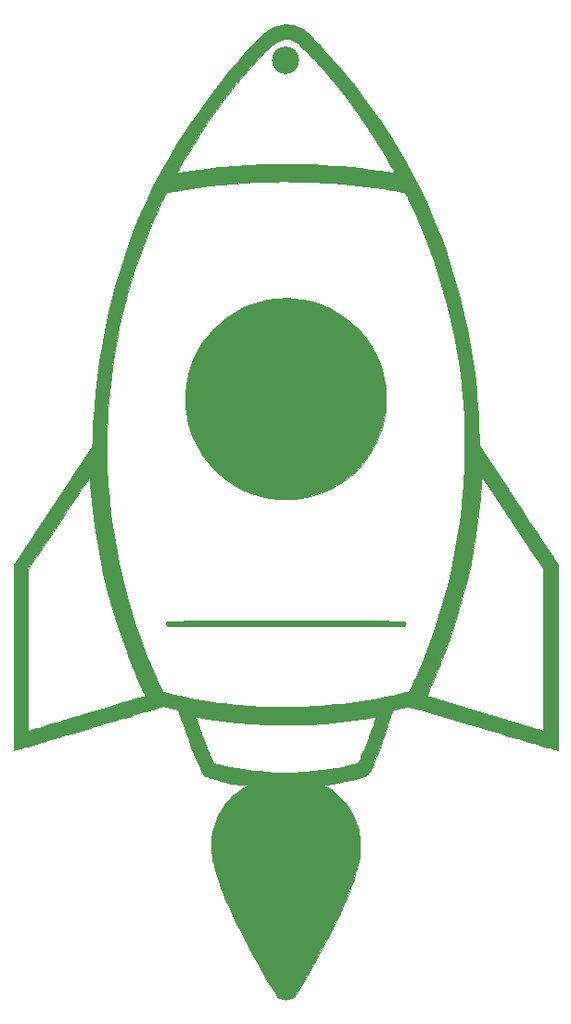
<source format=gbr>
%TF.GenerationSoftware,KiCad,Pcbnew,(6.0.6)*%
%TF.CreationDate,2022-06-26T18:56:54+02:00*%
%TF.ProjectId,rocket,726f636b-6574-42e6-9b69-6361645f7063,rev?*%
%TF.SameCoordinates,Original*%
%TF.FileFunction,Soldermask,Top*%
%TF.FilePolarity,Negative*%
%FSLAX46Y46*%
G04 Gerber Fmt 4.6, Leading zero omitted, Abs format (unit mm)*
G04 Created by KiCad (PCBNEW (6.0.6)) date 2022-06-26 18:56:54*
%MOMM*%
%LPD*%
G01*
G04 APERTURE LIST*
%ADD10C,0.010000*%
%ADD11C,2.500000*%
G04 APERTURE END LIST*
%TO.C,Ref\u002A\u002A*%
G36*
X103515634Y-93717432D02*
G01*
X103463896Y-93567984D01*
X103418862Y-93439544D01*
X103382050Y-93336430D01*
X103354978Y-93262958D01*
X103339165Y-93223447D01*
X103336196Y-93217963D01*
X103311738Y-93209419D01*
X103250810Y-93193884D01*
X103158490Y-93172486D01*
X103039853Y-93146355D01*
X102899979Y-93116618D01*
X102743943Y-93084403D01*
X102648765Y-93065175D01*
X101979387Y-92931007D01*
X101223818Y-93154273D01*
X101096397Y-93191906D01*
X100932352Y-93240327D01*
X100735665Y-93298359D01*
X100510321Y-93364828D01*
X100260304Y-93438561D01*
X99989596Y-93518382D01*
X99702183Y-93603117D01*
X99402047Y-93691591D01*
X99093172Y-93782629D01*
X98779543Y-93875058D01*
X98465142Y-93967701D01*
X98288083Y-94019869D01*
X97948074Y-94120049D01*
X97587775Y-94226216D01*
X97213294Y-94336569D01*
X96830736Y-94449309D01*
X96446207Y-94562637D01*
X96065815Y-94674753D01*
X95695664Y-94783856D01*
X95341861Y-94888148D01*
X95010513Y-94985829D01*
X94707725Y-95075098D01*
X94446333Y-95152172D01*
X94170426Y-95233532D01*
X93860370Y-95324963D01*
X93522623Y-95424559D01*
X93163642Y-95530417D01*
X92789882Y-95640633D01*
X92407802Y-95753303D01*
X92023857Y-95866523D01*
X91644504Y-95978389D01*
X91276200Y-96086997D01*
X90925402Y-96190443D01*
X90699833Y-96256960D01*
X90409340Y-96342616D01*
X90128300Y-96425471D01*
X89859626Y-96504667D01*
X89606232Y-96579345D01*
X89371032Y-96648648D01*
X89156940Y-96711717D01*
X88966868Y-96767693D01*
X88803732Y-96815719D01*
X88670444Y-96854937D01*
X88569918Y-96884487D01*
X88505069Y-96903512D01*
X88482625Y-96910061D01*
X88350333Y-96948345D01*
X88350333Y-95177922D01*
X89662667Y-95177922D01*
X89720875Y-95163477D01*
X89745990Y-95156192D01*
X89809938Y-95137226D01*
X89911011Y-95107091D01*
X90047501Y-95066299D01*
X90217703Y-95015362D01*
X90419909Y-94954793D01*
X90652412Y-94885104D01*
X90913504Y-94806807D01*
X91201479Y-94720414D01*
X91514630Y-94626438D01*
X91851250Y-94525391D01*
X92209631Y-94417786D01*
X92588067Y-94304133D01*
X92984851Y-94184947D01*
X93398275Y-94060738D01*
X93826633Y-93932020D01*
X94268216Y-93799304D01*
X94721320Y-93663103D01*
X95053957Y-93563099D01*
X95513647Y-93424900D01*
X95962710Y-93289917D01*
X96399459Y-93158655D01*
X96822208Y-93031622D01*
X97229272Y-92909322D01*
X97618964Y-92792262D01*
X97989598Y-92680948D01*
X98339488Y-92575887D01*
X98666947Y-92477583D01*
X98970290Y-92386544D01*
X99247830Y-92303275D01*
X99497882Y-92228282D01*
X99718758Y-92162072D01*
X99908774Y-92105150D01*
X100066242Y-92058023D01*
X100189476Y-92021196D01*
X100276791Y-91995176D01*
X100326501Y-91980469D01*
X100338083Y-91977167D01*
X100332702Y-91958910D01*
X100312209Y-91908084D01*
X100279132Y-91830602D01*
X100235998Y-91732378D01*
X100185336Y-91619325D01*
X100182040Y-91612042D01*
X100080309Y-91384071D01*
X99966196Y-91122612D01*
X99842224Y-90833797D01*
X99710918Y-90523762D01*
X99574800Y-90198638D01*
X99436396Y-89864560D01*
X99298229Y-89527662D01*
X99162822Y-89194076D01*
X99032700Y-88869936D01*
X98910386Y-88561377D01*
X98798404Y-88274531D01*
X98699278Y-88015532D01*
X98668738Y-87934333D01*
X98158553Y-86514316D01*
X97690401Y-85093387D01*
X97263985Y-83670161D01*
X96879007Y-82243254D01*
X96535170Y-80811284D01*
X96232176Y-79372864D01*
X95969728Y-77926612D01*
X95747528Y-76471144D01*
X95565279Y-75005074D01*
X95422683Y-73527020D01*
X95345595Y-72473439D01*
X95336335Y-72331726D01*
X95327581Y-72204766D01*
X95319773Y-72098434D01*
X95313355Y-72018603D01*
X95308769Y-71971148D01*
X95306921Y-71960365D01*
X95294752Y-71977129D01*
X95260104Y-72027587D01*
X95203996Y-72110219D01*
X95127446Y-72223507D01*
X95031473Y-72365930D01*
X94917095Y-72535971D01*
X94785331Y-72732108D01*
X94637199Y-72952824D01*
X94473718Y-73196598D01*
X94295906Y-73461912D01*
X94104783Y-73747245D01*
X93901366Y-74051080D01*
X93686675Y-74371895D01*
X93461727Y-74708173D01*
X93227541Y-75058393D01*
X92985136Y-75421037D01*
X92735531Y-75794584D01*
X92481579Y-76174769D01*
X89662667Y-80395603D01*
X89662667Y-95177922D01*
X88350333Y-95177922D01*
X88350333Y-79982729D01*
X95355656Y-69543207D01*
X96837153Y-69543207D01*
X96837312Y-69951050D01*
X96840264Y-70336629D01*
X96846113Y-70693771D01*
X96854960Y-71016304D01*
X96857458Y-71085667D01*
X96933707Y-72542073D01*
X97052086Y-73997198D01*
X97212394Y-75450206D01*
X97414429Y-76900264D01*
X97657991Y-78346539D01*
X97942877Y-79788195D01*
X98268888Y-81224400D01*
X98635821Y-82654320D01*
X99043475Y-84077120D01*
X99491650Y-85491967D01*
X99980144Y-86898027D01*
X100508756Y-88294466D01*
X101077285Y-89680450D01*
X101663898Y-91007943D01*
X101922661Y-91573303D01*
X102042122Y-91608193D01*
X102464361Y-91726155D01*
X102922014Y-91844121D01*
X103408185Y-91960646D01*
X103915979Y-92074287D01*
X104438502Y-92183599D01*
X104968857Y-92287139D01*
X105500152Y-92383462D01*
X106025489Y-92471125D01*
X106521917Y-92546383D01*
X107028627Y-92616481D01*
X107526286Y-92679801D01*
X108020606Y-92736830D01*
X108517300Y-92788053D01*
X109022081Y-92833957D01*
X109540661Y-92875029D01*
X110078755Y-92911753D01*
X110642073Y-92944616D01*
X111236330Y-92974105D01*
X111855917Y-93000265D01*
X112013849Y-93004883D01*
X112206542Y-93008012D01*
X112426452Y-93009710D01*
X112666034Y-93010033D01*
X112917746Y-93009040D01*
X113174041Y-93006788D01*
X113427377Y-93003334D01*
X113670210Y-92998737D01*
X113894994Y-92993053D01*
X114094187Y-92986340D01*
X114184250Y-92982503D01*
X114964302Y-92943708D01*
X115705621Y-92901393D01*
X116411690Y-92855147D01*
X117085996Y-92804559D01*
X117732024Y-92749216D01*
X118353258Y-92688705D01*
X118953184Y-92622615D01*
X119535288Y-92550534D01*
X120103054Y-92472049D01*
X120659967Y-92386749D01*
X121209513Y-92294221D01*
X121755177Y-92194053D01*
X122300444Y-92085833D01*
X122848061Y-91969306D01*
X126051437Y-91969306D01*
X131367927Y-93569323D01*
X131829647Y-93708257D01*
X132280866Y-93843986D01*
X132719895Y-93976006D01*
X133145050Y-94103810D01*
X133554643Y-94226893D01*
X133946989Y-94344749D01*
X134320400Y-94456872D01*
X134673189Y-94562757D01*
X135003672Y-94661898D01*
X135310161Y-94753789D01*
X135590969Y-94837925D01*
X135844411Y-94913800D01*
X136068799Y-94980909D01*
X136262448Y-95038745D01*
X136423671Y-95086803D01*
X136550781Y-95124578D01*
X136642092Y-95151564D01*
X136695917Y-95167254D01*
X136710875Y-95171336D01*
X136713335Y-95164176D01*
X136715647Y-95141565D01*
X136717816Y-95102383D01*
X136719845Y-95045510D01*
X136721739Y-94969825D01*
X136723501Y-94874209D01*
X136725136Y-94757539D01*
X136726647Y-94618697D01*
X136728039Y-94456562D01*
X136729315Y-94270013D01*
X136730480Y-94057931D01*
X136731537Y-93819193D01*
X136732491Y-93552681D01*
X136733346Y-93257274D01*
X136734105Y-92931852D01*
X136734773Y-92575293D01*
X136735353Y-92186478D01*
X136735850Y-91764286D01*
X136736268Y-91307598D01*
X136736610Y-90815291D01*
X136736882Y-90286247D01*
X136737085Y-89719344D01*
X136737226Y-89113463D01*
X136737307Y-88467483D01*
X136737333Y-87784424D01*
X136737333Y-80395515D01*
X133918499Y-76174647D01*
X133662761Y-75791767D01*
X133413219Y-75418275D01*
X133170892Y-75055691D01*
X132936798Y-74705535D01*
X132711955Y-74369326D01*
X132497381Y-74048585D01*
X132294094Y-73744831D01*
X132103114Y-73459584D01*
X131925457Y-73194363D01*
X131762143Y-72950688D01*
X131614189Y-72730079D01*
X131482614Y-72534055D01*
X131368435Y-72364136D01*
X131272672Y-72221843D01*
X131196342Y-72108694D01*
X131140464Y-72026209D01*
X131106055Y-71975908D01*
X131094138Y-71959306D01*
X131091019Y-71981172D01*
X131085844Y-72038293D01*
X131079166Y-72123669D01*
X131071539Y-72230304D01*
X131065251Y-72324291D01*
X131023946Y-72925717D01*
X130980162Y-73494192D01*
X130933025Y-74039072D01*
X130881658Y-74569708D01*
X130825185Y-75095456D01*
X130762731Y-75625668D01*
X130736323Y-75837583D01*
X130528344Y-77313625D01*
X130278466Y-78783773D01*
X129986740Y-80247835D01*
X129653216Y-81705621D01*
X129277942Y-83156938D01*
X128860968Y-84601596D01*
X128402343Y-86039402D01*
X127902118Y-87470166D01*
X127360342Y-88893696D01*
X127354672Y-88908000D01*
X127281453Y-89091144D01*
X127199236Y-89294139D01*
X127109772Y-89512846D01*
X127014811Y-89743127D01*
X126916106Y-89980841D01*
X126815407Y-90221852D01*
X126714466Y-90462020D01*
X126615033Y-90697207D01*
X126518861Y-90923273D01*
X126427699Y-91136081D01*
X126343299Y-91331491D01*
X126267413Y-91505366D01*
X126201792Y-91653565D01*
X126148186Y-91771951D01*
X126108346Y-91856385D01*
X126100243Y-91872694D01*
X126051437Y-91969306D01*
X122848061Y-91969306D01*
X122848799Y-91969149D01*
X122957833Y-91945052D01*
X123051747Y-91923648D01*
X123173966Y-91895003D01*
X123317673Y-91860786D01*
X123476050Y-91822666D01*
X123642280Y-91782312D01*
X123809544Y-91741393D01*
X123971025Y-91701579D01*
X124119905Y-91664538D01*
X124249367Y-91631940D01*
X124352592Y-91605453D01*
X124422764Y-91586746D01*
X124431945Y-91584168D01*
X124450699Y-91568904D01*
X124478144Y-91530291D01*
X124515147Y-91466533D01*
X124562577Y-91375835D01*
X124621301Y-91256402D01*
X124692186Y-91106438D01*
X124776102Y-90924150D01*
X124873915Y-90707741D01*
X124986494Y-90455416D01*
X125082323Y-90238842D01*
X125667788Y-88862061D01*
X126211322Y-87480524D01*
X126713152Y-86093348D01*
X127173503Y-84699649D01*
X127592601Y-83298545D01*
X127970671Y-81889151D01*
X128307939Y-80470584D01*
X128604630Y-79041960D01*
X128860970Y-77602397D01*
X129077185Y-76151010D01*
X129253501Y-74686917D01*
X129371008Y-73445750D01*
X129409760Y-72960314D01*
X129443101Y-72499335D01*
X129471330Y-72055231D01*
X129494748Y-71620418D01*
X129513654Y-71187315D01*
X129528348Y-70748339D01*
X129539130Y-70295907D01*
X129546301Y-69822437D01*
X129550160Y-69320347D01*
X129551065Y-68894917D01*
X129550236Y-68457226D01*
X129547576Y-68055284D01*
X129542823Y-67682534D01*
X129535716Y-67332419D01*
X129525993Y-66998385D01*
X129513393Y-66673874D01*
X129497655Y-66352332D01*
X129478517Y-66027200D01*
X129455719Y-65691925D01*
X129428998Y-65339949D01*
X129398094Y-64964716D01*
X129391175Y-64883833D01*
X129245310Y-63432039D01*
X129057739Y-61980624D01*
X128828979Y-60531477D01*
X128559546Y-59086488D01*
X128249957Y-57647547D01*
X127900727Y-56216542D01*
X127512373Y-54795362D01*
X127085410Y-53385898D01*
X126620355Y-51990039D01*
X126117723Y-50609674D01*
X125578032Y-49246692D01*
X125001797Y-47902983D01*
X124393883Y-46589492D01*
X124326617Y-46450012D01*
X124264733Y-46322804D01*
X124210741Y-46212939D01*
X124167153Y-46125488D01*
X124136476Y-46065521D01*
X124121223Y-46038111D01*
X124120570Y-46037274D01*
X124106744Y-46029159D01*
X124076875Y-46019251D01*
X124028167Y-46007028D01*
X123957824Y-45991967D01*
X123863052Y-45973549D01*
X123741055Y-45951250D01*
X123589038Y-45924549D01*
X123404206Y-45892925D01*
X123183764Y-45855857D01*
X122924916Y-45812821D01*
X122862583Y-45802508D01*
X122086753Y-45678829D01*
X121327218Y-45567306D01*
X120577074Y-45467232D01*
X119829417Y-45377898D01*
X119077343Y-45298598D01*
X118313951Y-45228624D01*
X117532334Y-45167269D01*
X116725591Y-45113825D01*
X115886817Y-45067585D01*
X115517750Y-45049887D01*
X115326638Y-45042406D01*
X115099031Y-45035693D01*
X114840758Y-45029781D01*
X114557652Y-45024704D01*
X114255543Y-45020496D01*
X113940262Y-45017191D01*
X113617641Y-45014824D01*
X113293510Y-45013427D01*
X112973700Y-45013034D01*
X112664043Y-45013681D01*
X112370370Y-45015401D01*
X112098511Y-45018228D01*
X111854298Y-45022195D01*
X111644250Y-45027317D01*
X110505983Y-45070249D01*
X109398678Y-45130529D01*
X108314342Y-45208929D01*
X107244985Y-45306221D01*
X106182614Y-45423177D01*
X105119236Y-45560570D01*
X104046861Y-45719173D01*
X103399833Y-45824160D01*
X103147096Y-45866673D01*
X102933271Y-45903097D01*
X102755459Y-45933981D01*
X102610763Y-45959875D01*
X102496284Y-45981331D01*
X102409124Y-45998898D01*
X102346387Y-46013127D01*
X102305173Y-46024569D01*
X102282585Y-46033773D01*
X102277782Y-46037274D01*
X102258608Y-46066871D01*
X102223880Y-46131561D01*
X102175258Y-46227761D01*
X102114402Y-46351890D01*
X102042973Y-46500365D01*
X101962630Y-46669604D01*
X101875035Y-46856024D01*
X101781847Y-47056044D01*
X101684726Y-47266082D01*
X101585334Y-47482554D01*
X101485330Y-47701879D01*
X101386375Y-47920475D01*
X101290128Y-48134759D01*
X101198251Y-48341149D01*
X101112403Y-48536063D01*
X101034245Y-48715918D01*
X101008434Y-48776000D01*
X100453302Y-50124497D01*
X99938224Y-51483150D01*
X99463020Y-52852714D01*
X99027510Y-54233947D01*
X98631515Y-55627604D01*
X98274856Y-57034441D01*
X97957352Y-58455215D01*
X97678824Y-59890681D01*
X97439094Y-61341595D01*
X97237980Y-62808714D01*
X97075304Y-64292794D01*
X96950886Y-65794590D01*
X96944363Y-65889250D01*
X96924032Y-66219692D01*
X96905565Y-66583426D01*
X96889066Y-66974279D01*
X96874636Y-67386077D01*
X96862380Y-67812649D01*
X96852400Y-68247820D01*
X96844800Y-68685419D01*
X96839683Y-69119272D01*
X96837153Y-69543207D01*
X95355656Y-69543207D01*
X95525833Y-69289605D01*
X95525842Y-69039344D01*
X95527110Y-68910169D01*
X95530745Y-68744898D01*
X95536507Y-68549688D01*
X95544156Y-68330695D01*
X95553451Y-68094076D01*
X95564153Y-67845989D01*
X95576022Y-67592590D01*
X95588817Y-67340035D01*
X95600418Y-67127500D01*
X95697012Y-65721025D01*
X95827390Y-64313133D01*
X95990954Y-62906445D01*
X96187110Y-61503580D01*
X96415263Y-60107159D01*
X96674815Y-58719802D01*
X96965172Y-57344130D01*
X97285737Y-55982762D01*
X97635916Y-54638319D01*
X98015112Y-53313422D01*
X98422729Y-52010689D01*
X98858173Y-50732743D01*
X99320847Y-49482202D01*
X99810155Y-48261688D01*
X99981953Y-47855250D01*
X100440144Y-46822725D01*
X100928012Y-45795590D01*
X101446629Y-44772073D01*
X101737085Y-44232955D01*
X103221063Y-44232955D01*
X103233555Y-44242889D01*
X103270659Y-44242410D01*
X103338066Y-44232591D01*
X103441470Y-44214509D01*
X103442167Y-44214385D01*
X103543860Y-44197222D01*
X103680887Y-44175382D01*
X103846625Y-44149829D01*
X104034451Y-44121530D01*
X104237744Y-44091449D01*
X104449881Y-44060554D01*
X104664240Y-44029809D01*
X104874198Y-44000180D01*
X105073133Y-43972632D01*
X105254424Y-43948131D01*
X105389500Y-43930448D01*
X105969740Y-43858546D01*
X106539303Y-43793345D01*
X107104873Y-43734281D01*
X107673134Y-43680790D01*
X108250770Y-43632309D01*
X108844465Y-43588274D01*
X109460904Y-43548122D01*
X110106770Y-43511289D01*
X110734083Y-43479784D01*
X110876626Y-43474311D01*
X111057076Y-43469444D01*
X111271009Y-43465182D01*
X111514002Y-43461527D01*
X111781634Y-43458477D01*
X112069480Y-43456034D01*
X112373119Y-43454197D01*
X112688128Y-43452966D01*
X113010084Y-43452341D01*
X113334563Y-43452322D01*
X113657144Y-43452910D01*
X113973404Y-43454105D01*
X114278919Y-43455905D01*
X114569267Y-43458313D01*
X114840026Y-43461327D01*
X115086772Y-43464947D01*
X115305083Y-43469174D01*
X115490536Y-43474008D01*
X115638708Y-43479449D01*
X115644750Y-43479723D01*
X116586723Y-43528004D01*
X117493743Y-43585207D01*
X118372372Y-43651981D01*
X119229173Y-43728974D01*
X120070710Y-43816836D01*
X120903546Y-43916216D01*
X121734244Y-44027761D01*
X122569366Y-44152121D01*
X122775187Y-44184585D01*
X122899680Y-44204074D01*
X123008950Y-44220497D01*
X123096477Y-44232932D01*
X123155739Y-44240453D01*
X123180215Y-44242136D01*
X123180462Y-44242007D01*
X123171799Y-44222815D01*
X123144489Y-44171402D01*
X123101016Y-44092233D01*
X123043860Y-43989771D01*
X122975503Y-43868479D01*
X122898427Y-43732822D01*
X122859254Y-43664250D01*
X122135434Y-42430690D01*
X121398768Y-41237304D01*
X120649107Y-40083882D01*
X119886303Y-38970215D01*
X119110207Y-37896091D01*
X118320669Y-36861300D01*
X117517540Y-35865633D01*
X116700671Y-34908879D01*
X116440551Y-34615599D01*
X116290209Y-34449476D01*
X116127026Y-34272456D01*
X115953989Y-34087555D01*
X115774088Y-33897789D01*
X115590309Y-33706174D01*
X115405643Y-33515729D01*
X115223078Y-33329468D01*
X115045601Y-33150409D01*
X114876201Y-32981568D01*
X114717867Y-32825962D01*
X114573588Y-32686607D01*
X114446351Y-32566520D01*
X114339145Y-32468717D01*
X114254958Y-32396215D01*
X114200617Y-32354594D01*
X113971919Y-32214502D01*
X113750761Y-32111681D01*
X113533232Y-32046056D01*
X113315416Y-32017551D01*
X113093402Y-32026091D01*
X112863276Y-32071600D01*
X112621124Y-32154005D01*
X112363033Y-32273228D01*
X112279250Y-32317611D01*
X112231290Y-32344435D01*
X112186596Y-32371732D01*
X112141706Y-32402609D01*
X112093158Y-32440177D01*
X112037493Y-32487541D01*
X111971247Y-32547811D01*
X111890960Y-32624094D01*
X111793171Y-32719498D01*
X111674418Y-32837132D01*
X111531239Y-32980103D01*
X111442873Y-33068612D01*
X110642875Y-33894366D01*
X109850970Y-34759599D01*
X109068965Y-35661925D01*
X108298666Y-36598957D01*
X107541879Y-37568312D01*
X106800410Y-38567603D01*
X106076067Y-39594444D01*
X105370654Y-40646451D01*
X104685979Y-41721237D01*
X104023847Y-42816418D01*
X103893037Y-43039833D01*
X103807684Y-43187139D01*
X103716754Y-43345327D01*
X103626707Y-43503076D01*
X103544000Y-43649065D01*
X103475092Y-43771971D01*
X103464386Y-43791250D01*
X103403108Y-43901483D01*
X103345981Y-44003646D01*
X103297421Y-44089888D01*
X103261846Y-44152355D01*
X103247146Y-44177542D01*
X103227490Y-44211531D01*
X103221063Y-44232955D01*
X101737085Y-44232955D01*
X101997065Y-43750405D01*
X102580392Y-42728813D01*
X103197679Y-41705525D01*
X103849997Y-40678771D01*
X104538417Y-39646779D01*
X105264009Y-38607778D01*
X106027844Y-37559996D01*
X106830993Y-36501661D01*
X106890177Y-36425250D01*
X107422231Y-35746183D01*
X107936501Y-35104002D01*
X108433913Y-34497620D01*
X108915399Y-33925951D01*
X109381885Y-33387909D01*
X109834300Y-32882407D01*
X110273575Y-32408358D01*
X110700636Y-31964677D01*
X110719505Y-31945485D01*
X110890816Y-31773220D01*
X111039415Y-31628465D01*
X111170632Y-31507019D01*
X111289801Y-31404681D01*
X111402253Y-31317250D01*
X111513319Y-31240524D01*
X111628332Y-31170302D01*
X111752624Y-31102383D01*
X111855917Y-31050043D01*
X112191415Y-30902758D01*
X112520932Y-30795985D01*
X112847697Y-30728912D01*
X113174935Y-30700733D01*
X113252917Y-30699667D01*
X113584798Y-30719884D01*
X113911088Y-30780801D01*
X114233012Y-30882815D01*
X114551794Y-31026322D01*
X114868657Y-31211718D01*
X114903081Y-31234442D01*
X115003633Y-31308823D01*
X115128880Y-31413677D01*
X115276667Y-31546747D01*
X115444840Y-31705777D01*
X115631245Y-31888509D01*
X115833726Y-32092687D01*
X116050129Y-32316056D01*
X116278300Y-32556357D01*
X116516083Y-32811335D01*
X116761325Y-33078732D01*
X117011870Y-33356293D01*
X117265564Y-33641761D01*
X117520252Y-33932878D01*
X117773781Y-34227390D01*
X117879884Y-34352126D01*
X118744679Y-35393119D01*
X119576344Y-36436056D01*
X120373798Y-37479405D01*
X121135960Y-38521639D01*
X121861750Y-39561227D01*
X122550089Y-40596640D01*
X123199895Y-41626348D01*
X123810089Y-42648823D01*
X124105589Y-43166833D01*
X124445122Y-43783398D01*
X124787930Y-44428712D01*
X125129865Y-45094270D01*
X125466777Y-45771563D01*
X125794520Y-46452085D01*
X126108944Y-47127329D01*
X126405902Y-47788787D01*
X126681244Y-48427953D01*
X126742840Y-48575144D01*
X127292250Y-49950941D01*
X127802957Y-51343681D01*
X128274828Y-52752864D01*
X128707731Y-54177987D01*
X129101534Y-55618549D01*
X129456105Y-57074049D01*
X129771311Y-58543985D01*
X130047020Y-60027854D01*
X130283101Y-61525157D01*
X130417551Y-62523750D01*
X130508957Y-63291685D01*
X130588561Y-64047679D01*
X130656995Y-64800236D01*
X130714891Y-65557864D01*
X130762881Y-66329068D01*
X130801597Y-67122354D01*
X130831670Y-67946229D01*
X130838985Y-68196417D01*
X130863583Y-69085417D01*
X134143294Y-74059583D01*
X134422213Y-74482607D01*
X134697063Y-74899466D01*
X134966793Y-75308565D01*
X135230351Y-75708308D01*
X135486685Y-76097099D01*
X135734742Y-76473343D01*
X135973472Y-76835444D01*
X136201822Y-77181807D01*
X136418740Y-77510835D01*
X136623174Y-77820934D01*
X136814073Y-78110506D01*
X136990384Y-78377958D01*
X137151055Y-78621693D01*
X137295034Y-78840115D01*
X137421270Y-79031629D01*
X137528711Y-79194639D01*
X137616304Y-79327549D01*
X137682997Y-79428764D01*
X137727740Y-79496688D01*
X137736336Y-79509745D01*
X138049666Y-79985741D01*
X138049667Y-88460599D01*
X138049667Y-96935458D01*
X137991458Y-96923750D01*
X137968207Y-96917460D01*
X137910626Y-96901022D01*
X137818467Y-96874364D01*
X137691479Y-96837412D01*
X137529414Y-96790092D01*
X137332022Y-96732332D01*
X137099055Y-96664057D01*
X136830262Y-96585195D01*
X136525395Y-96495673D01*
X136184204Y-96395416D01*
X135806441Y-96284351D01*
X135391855Y-96162406D01*
X134940198Y-96029506D01*
X134451221Y-95885579D01*
X133924673Y-95730551D01*
X133360307Y-95564348D01*
X132757873Y-95386898D01*
X132117120Y-95198127D01*
X131437802Y-94997961D01*
X130719667Y-94786328D01*
X129962466Y-94563154D01*
X129165952Y-94328365D01*
X128329873Y-94081889D01*
X127453982Y-93823651D01*
X126538028Y-93553579D01*
X125581763Y-93271599D01*
X125430655Y-93227039D01*
X124442727Y-92935709D01*
X123708213Y-93100136D01*
X123537137Y-93139042D01*
X123378680Y-93176249D01*
X123237718Y-93210521D01*
X123119128Y-93240623D01*
X123027788Y-93265321D01*
X122968574Y-93283380D01*
X122946808Y-93292906D01*
X122935141Y-93318229D01*
X122912081Y-93379874D01*
X122878996Y-93473799D01*
X122837252Y-93595961D01*
X122788213Y-93742317D01*
X122733248Y-93908825D01*
X122673722Y-94091443D01*
X122611001Y-94286127D01*
X122608186Y-94294917D01*
X122468628Y-94728958D01*
X122339526Y-95126309D01*
X122219462Y-95490914D01*
X122107023Y-95826717D01*
X122000791Y-96137663D01*
X121899351Y-96427696D01*
X121801286Y-96700760D01*
X121705182Y-96960800D01*
X121609621Y-97211760D01*
X121513188Y-97457585D01*
X121414467Y-97702218D01*
X121312042Y-97949605D01*
X121207776Y-98196015D01*
X121124318Y-98389396D01*
X121053412Y-98548491D01*
X120992287Y-98678474D01*
X120938173Y-98784523D01*
X120888301Y-98871813D01*
X120839900Y-98945520D01*
X120790199Y-99010821D01*
X120741432Y-99067385D01*
X120673972Y-99137221D01*
X120604499Y-99197601D01*
X120527960Y-99250726D01*
X120439303Y-99298795D01*
X120333472Y-99344006D01*
X120205417Y-99388559D01*
X120050082Y-99434653D01*
X119862415Y-99484488D01*
X119676933Y-99530642D01*
X119488869Y-99575455D01*
X119271615Y-99625442D01*
X119032494Y-99679051D01*
X118778824Y-99734727D01*
X118517927Y-99790917D01*
X118257124Y-99846068D01*
X118003735Y-99898626D01*
X117765081Y-99947037D01*
X117548482Y-99989748D01*
X117361259Y-100025205D01*
X117264000Y-100042714D01*
X117122803Y-100067628D01*
X116994610Y-100090582D01*
X116885613Y-100110440D01*
X116802007Y-100126066D01*
X116749983Y-100136325D01*
X116736162Y-100139537D01*
X116739562Y-100153145D01*
X116775100Y-100182019D01*
X116837260Y-100222069D01*
X116884328Y-100249364D01*
X117196059Y-100435193D01*
X117483123Y-100630665D01*
X117756298Y-100844004D01*
X118026362Y-101083433D01*
X118206529Y-101258137D01*
X118452844Y-101515345D01*
X118667965Y-101765021D01*
X118859182Y-102017270D01*
X119033788Y-102282196D01*
X119199072Y-102569904D01*
X119315536Y-102795099D01*
X119484585Y-103161766D01*
X119623658Y-103524890D01*
X119739392Y-103902181D01*
X119761654Y-103986039D01*
X119833903Y-104284577D01*
X119890101Y-104563944D01*
X119931684Y-104835820D01*
X119960089Y-105111881D01*
X119976750Y-105403806D01*
X119983105Y-105723272D01*
X119983266Y-105788417D01*
X119981432Y-106012348D01*
X119975097Y-106209262D01*
X119963035Y-106390082D01*
X119944019Y-106565731D01*
X119916823Y-106747133D01*
X119880220Y-106945211D01*
X119832984Y-107170887D01*
X119822843Y-107217167D01*
X119710556Y-107679207D01*
X119570503Y-108172525D01*
X119402896Y-108696627D01*
X119207948Y-109251023D01*
X118985871Y-109835218D01*
X118736879Y-110448722D01*
X118461183Y-111091041D01*
X118158996Y-111761684D01*
X117830531Y-112460159D01*
X117476001Y-113185973D01*
X117095618Y-113938635D01*
X116689594Y-114717651D01*
X116258143Y-115522530D01*
X116147188Y-115726167D01*
X115994350Y-116003746D01*
X115826674Y-116304597D01*
X115647491Y-116622947D01*
X115460132Y-116953026D01*
X115267929Y-117289061D01*
X115074212Y-117625283D01*
X114882312Y-117955920D01*
X114695560Y-118275200D01*
X114517288Y-118577352D01*
X114350827Y-118856606D01*
X114199507Y-119107189D01*
X114132153Y-119217343D01*
X113970338Y-119480697D01*
X113601044Y-119592485D01*
X113480226Y-119628288D01*
X113371203Y-119659154D01*
X113281307Y-119683122D01*
X113217872Y-119698229D01*
X113189417Y-119702626D01*
X113156006Y-119696071D01*
X113089673Y-119678916D01*
X112997884Y-119653239D01*
X112888107Y-119621120D01*
X112788614Y-119591038D01*
X112430146Y-119481096D01*
X112294214Y-119259923D01*
X112141592Y-119009286D01*
X111972411Y-118727321D01*
X111790126Y-118420003D01*
X111598194Y-118093304D01*
X111400071Y-117753200D01*
X111199214Y-117405665D01*
X110999079Y-117056672D01*
X110803122Y-116712196D01*
X110614800Y-116378212D01*
X110437569Y-116060692D01*
X110317098Y-115842583D01*
X109877808Y-115032826D01*
X109463734Y-114248309D01*
X109075058Y-113489479D01*
X108711963Y-112756785D01*
X108374629Y-112050673D01*
X108063239Y-111371591D01*
X107777973Y-110719986D01*
X107519015Y-110096305D01*
X107286545Y-109500996D01*
X107080745Y-108934505D01*
X106901797Y-108397281D01*
X106749883Y-107889771D01*
X106625183Y-107412421D01*
X106527881Y-106965680D01*
X106458157Y-106549994D01*
X106423874Y-106256751D01*
X106415408Y-106123603D01*
X106410983Y-105959246D01*
X106410395Y-105774593D01*
X106413439Y-105580554D01*
X106419911Y-105388042D01*
X106429607Y-105207968D01*
X106442322Y-105051243D01*
X106447293Y-105005250D01*
X106529040Y-104468488D01*
X106646155Y-103954754D01*
X106798861Y-103463471D01*
X106987383Y-102994065D01*
X107211944Y-102545960D01*
X107472769Y-102118583D01*
X107690260Y-101814011D01*
X107779009Y-101704563D01*
X107892619Y-101575328D01*
X108023651Y-101433879D01*
X108164667Y-101287793D01*
X108308227Y-101144645D01*
X108446891Y-101012010D01*
X108573221Y-100897464D01*
X108670333Y-100816011D01*
X108822696Y-100700683D01*
X108999285Y-100575960D01*
X109186322Y-100451096D01*
X109370029Y-100335344D01*
X109501882Y-100257488D01*
X109687848Y-100151681D01*
X109586549Y-100139726D01*
X109512354Y-100131822D01*
X109417173Y-100122818D01*
X109326500Y-100115067D01*
X108978799Y-100080425D01*
X108619587Y-100032031D01*
X108263357Y-99972242D01*
X107924601Y-99903418D01*
X107707250Y-99851542D01*
X107625033Y-99829706D01*
X107514364Y-99799117D01*
X107380126Y-99761219D01*
X107227206Y-99717454D01*
X107060490Y-99669267D01*
X106884862Y-99618101D01*
X106705209Y-99565398D01*
X106526415Y-99512603D01*
X106353367Y-99461159D01*
X106190949Y-99412508D01*
X106044048Y-99368095D01*
X105917548Y-99329363D01*
X105816336Y-99297754D01*
X105745296Y-99274713D01*
X105709315Y-99261683D01*
X105707211Y-99260664D01*
X105689096Y-99237040D01*
X105656598Y-99180869D01*
X105612858Y-99098139D01*
X105561016Y-98994840D01*
X105504211Y-98876959D01*
X105488509Y-98843576D01*
X105265166Y-98353374D01*
X105039360Y-97831963D01*
X104810493Y-97277798D01*
X104577965Y-96689333D01*
X104341177Y-96065025D01*
X104099530Y-95403328D01*
X103852423Y-94702697D01*
X103633143Y-94062083D01*
X103574409Y-93889030D01*
X104973414Y-93889030D01*
X104977036Y-93911387D01*
X104993188Y-93969089D01*
X105020324Y-94057559D01*
X105056896Y-94172215D01*
X105101360Y-94308481D01*
X105152168Y-94461776D01*
X105207776Y-94627522D01*
X105266636Y-94801139D01*
X105327204Y-94978049D01*
X105387932Y-95153672D01*
X105447275Y-95323430D01*
X105503686Y-95482743D01*
X105555620Y-95627032D01*
X105601531Y-95751718D01*
X105609499Y-95772957D01*
X105673576Y-95941112D01*
X105745651Y-96126883D01*
X105820283Y-96316457D01*
X105892027Y-96496024D01*
X105955441Y-96651772D01*
X105964028Y-96672540D01*
X106014099Y-96791711D01*
X106072455Y-96927908D01*
X106136838Y-97076108D01*
X106204989Y-97231287D01*
X106274649Y-97388420D01*
X106343558Y-97542483D01*
X106409460Y-97688451D01*
X106470094Y-97821301D01*
X106523201Y-97936008D01*
X106566524Y-98027548D01*
X106597803Y-98090897D01*
X106614779Y-98121029D01*
X106615748Y-98122174D01*
X106645719Y-98136447D01*
X106712308Y-98157985D01*
X106810644Y-98185649D01*
X106935854Y-98218298D01*
X107083067Y-98254792D01*
X107247410Y-98293992D01*
X107424011Y-98334756D01*
X107607998Y-98375946D01*
X107794499Y-98416421D01*
X107978643Y-98455040D01*
X108155556Y-98490665D01*
X108320368Y-98522155D01*
X108342250Y-98526178D01*
X108767458Y-98598710D01*
X109232671Y-98668215D01*
X109735649Y-98734441D01*
X110274154Y-98797138D01*
X110845947Y-98856055D01*
X111448792Y-98910939D01*
X112080448Y-98961540D01*
X112469750Y-98989561D01*
X112585006Y-98995181D01*
X112734326Y-98998911D01*
X112909487Y-99000832D01*
X113102264Y-99001027D01*
X113304434Y-98999581D01*
X113507773Y-98996574D01*
X113704059Y-98992091D01*
X113885067Y-98986214D01*
X114042574Y-98979027D01*
X114141917Y-98972707D01*
X114652781Y-98933237D01*
X115125151Y-98894217D01*
X115562855Y-98855182D01*
X115969723Y-98815665D01*
X116349582Y-98775198D01*
X116706263Y-98733317D01*
X117043594Y-98689553D01*
X117365404Y-98643440D01*
X117675521Y-98594512D01*
X117977775Y-98542302D01*
X118275995Y-98486344D01*
X118498447Y-98441813D01*
X118638147Y-98412371D01*
X118790524Y-98378948D01*
X118949668Y-98342970D01*
X119109668Y-98305860D01*
X119264613Y-98269044D01*
X119408592Y-98233946D01*
X119535695Y-98201991D01*
X119640011Y-98174604D01*
X119715628Y-98153208D01*
X119756637Y-98139228D01*
X119759304Y-98137931D01*
X119782344Y-98110518D01*
X119819297Y-98047358D01*
X119868573Y-97952098D01*
X119928581Y-97828385D01*
X119997733Y-97679866D01*
X120074438Y-97510187D01*
X120157107Y-97322994D01*
X120244151Y-97121934D01*
X120333979Y-96910654D01*
X120425002Y-96692800D01*
X120515631Y-96472020D01*
X120604276Y-96251958D01*
X120689346Y-96036263D01*
X120769254Y-95828581D01*
X120790336Y-95772762D01*
X120835016Y-95651974D01*
X120886009Y-95510781D01*
X120941769Y-95353759D01*
X121000747Y-95185485D01*
X121061398Y-95010534D01*
X121122174Y-94833483D01*
X121181529Y-94658909D01*
X121237916Y-94491386D01*
X121289787Y-94335492D01*
X121335597Y-94195804D01*
X121373798Y-94076896D01*
X121402843Y-93983345D01*
X121421186Y-93919729D01*
X121427279Y-93890622D01*
X121426946Y-93889391D01*
X121404604Y-93890399D01*
X121345926Y-93897635D01*
X121256324Y-93910304D01*
X121141209Y-93927610D01*
X121005992Y-93948759D01*
X120856084Y-93972957D01*
X120838624Y-93975821D01*
X119467568Y-94182304D01*
X118108781Y-94349003D01*
X116760067Y-94475917D01*
X115419227Y-94563045D01*
X114084065Y-94610388D01*
X112752384Y-94617946D01*
X111421985Y-94585718D01*
X110090674Y-94513705D01*
X108756251Y-94401906D01*
X107416520Y-94250322D01*
X106069284Y-94058951D01*
X105551033Y-93975151D01*
X105401310Y-93950501D01*
X105265699Y-93928876D01*
X105149662Y-93911089D01*
X105058660Y-93897956D01*
X104998157Y-93890290D01*
X104973613Y-93888906D01*
X104973414Y-93889030D01*
X103574409Y-93889030D01*
X103572556Y-93883571D01*
X103515634Y-93717432D01*
G37*
D10*
X103515634Y-93717432D02*
X103463896Y-93567984D01*
X103418862Y-93439544D01*
X103382050Y-93336430D01*
X103354978Y-93262958D01*
X103339165Y-93223447D01*
X103336196Y-93217963D01*
X103311738Y-93209419D01*
X103250810Y-93193884D01*
X103158490Y-93172486D01*
X103039853Y-93146355D01*
X102899979Y-93116618D01*
X102743943Y-93084403D01*
X102648765Y-93065175D01*
X101979387Y-92931007D01*
X101223818Y-93154273D01*
X101096397Y-93191906D01*
X100932352Y-93240327D01*
X100735665Y-93298359D01*
X100510321Y-93364828D01*
X100260304Y-93438561D01*
X99989596Y-93518382D01*
X99702183Y-93603117D01*
X99402047Y-93691591D01*
X99093172Y-93782629D01*
X98779543Y-93875058D01*
X98465142Y-93967701D01*
X98288083Y-94019869D01*
X97948074Y-94120049D01*
X97587775Y-94226216D01*
X97213294Y-94336569D01*
X96830736Y-94449309D01*
X96446207Y-94562637D01*
X96065815Y-94674753D01*
X95695664Y-94783856D01*
X95341861Y-94888148D01*
X95010513Y-94985829D01*
X94707725Y-95075098D01*
X94446333Y-95152172D01*
X94170426Y-95233532D01*
X93860370Y-95324963D01*
X93522623Y-95424559D01*
X93163642Y-95530417D01*
X92789882Y-95640633D01*
X92407802Y-95753303D01*
X92023857Y-95866523D01*
X91644504Y-95978389D01*
X91276200Y-96086997D01*
X90925402Y-96190443D01*
X90699833Y-96256960D01*
X90409340Y-96342616D01*
X90128300Y-96425471D01*
X89859626Y-96504667D01*
X89606232Y-96579345D01*
X89371032Y-96648648D01*
X89156940Y-96711717D01*
X88966868Y-96767693D01*
X88803732Y-96815719D01*
X88670444Y-96854937D01*
X88569918Y-96884487D01*
X88505069Y-96903512D01*
X88482625Y-96910061D01*
X88350333Y-96948345D01*
X88350333Y-95177922D01*
X89662667Y-95177922D01*
X89720875Y-95163477D01*
X89745990Y-95156192D01*
X89809938Y-95137226D01*
X89911011Y-95107091D01*
X90047501Y-95066299D01*
X90217703Y-95015362D01*
X90419909Y-94954793D01*
X90652412Y-94885104D01*
X90913504Y-94806807D01*
X91201479Y-94720414D01*
X91514630Y-94626438D01*
X91851250Y-94525391D01*
X92209631Y-94417786D01*
X92588067Y-94304133D01*
X92984851Y-94184947D01*
X93398275Y-94060738D01*
X93826633Y-93932020D01*
X94268216Y-93799304D01*
X94721320Y-93663103D01*
X95053957Y-93563099D01*
X95513647Y-93424900D01*
X95962710Y-93289917D01*
X96399459Y-93158655D01*
X96822208Y-93031622D01*
X97229272Y-92909322D01*
X97618964Y-92792262D01*
X97989598Y-92680948D01*
X98339488Y-92575887D01*
X98666947Y-92477583D01*
X98970290Y-92386544D01*
X99247830Y-92303275D01*
X99497882Y-92228282D01*
X99718758Y-92162072D01*
X99908774Y-92105150D01*
X100066242Y-92058023D01*
X100189476Y-92021196D01*
X100276791Y-91995176D01*
X100326501Y-91980469D01*
X100338083Y-91977167D01*
X100332702Y-91958910D01*
X100312209Y-91908084D01*
X100279132Y-91830602D01*
X100235998Y-91732378D01*
X100185336Y-91619325D01*
X100182040Y-91612042D01*
X100080309Y-91384071D01*
X99966196Y-91122612D01*
X99842224Y-90833797D01*
X99710918Y-90523762D01*
X99574800Y-90198638D01*
X99436396Y-89864560D01*
X99298229Y-89527662D01*
X99162822Y-89194076D01*
X99032700Y-88869936D01*
X98910386Y-88561377D01*
X98798404Y-88274531D01*
X98699278Y-88015532D01*
X98668738Y-87934333D01*
X98158553Y-86514316D01*
X97690401Y-85093387D01*
X97263985Y-83670161D01*
X96879007Y-82243254D01*
X96535170Y-80811284D01*
X96232176Y-79372864D01*
X95969728Y-77926612D01*
X95747528Y-76471144D01*
X95565279Y-75005074D01*
X95422683Y-73527020D01*
X95345595Y-72473439D01*
X95336335Y-72331726D01*
X95327581Y-72204766D01*
X95319773Y-72098434D01*
X95313355Y-72018603D01*
X95308769Y-71971148D01*
X95306921Y-71960365D01*
X95294752Y-71977129D01*
X95260104Y-72027587D01*
X95203996Y-72110219D01*
X95127446Y-72223507D01*
X95031473Y-72365930D01*
X94917095Y-72535971D01*
X94785331Y-72732108D01*
X94637199Y-72952824D01*
X94473718Y-73196598D01*
X94295906Y-73461912D01*
X94104783Y-73747245D01*
X93901366Y-74051080D01*
X93686675Y-74371895D01*
X93461727Y-74708173D01*
X93227541Y-75058393D01*
X92985136Y-75421037D01*
X92735531Y-75794584D01*
X92481579Y-76174769D01*
X89662667Y-80395603D01*
X89662667Y-95177922D01*
X88350333Y-95177922D01*
X88350333Y-79982729D01*
X95355656Y-69543207D01*
X96837153Y-69543207D01*
X96837312Y-69951050D01*
X96840264Y-70336629D01*
X96846113Y-70693771D01*
X96854960Y-71016304D01*
X96857458Y-71085667D01*
X96933707Y-72542073D01*
X97052086Y-73997198D01*
X97212394Y-75450206D01*
X97414429Y-76900264D01*
X97657991Y-78346539D01*
X97942877Y-79788195D01*
X98268888Y-81224400D01*
X98635821Y-82654320D01*
X99043475Y-84077120D01*
X99491650Y-85491967D01*
X99980144Y-86898027D01*
X100508756Y-88294466D01*
X101077285Y-89680450D01*
X101663898Y-91007943D01*
X101922661Y-91573303D01*
X102042122Y-91608193D01*
X102464361Y-91726155D01*
X102922014Y-91844121D01*
X103408185Y-91960646D01*
X103915979Y-92074287D01*
X104438502Y-92183599D01*
X104968857Y-92287139D01*
X105500152Y-92383462D01*
X106025489Y-92471125D01*
X106521917Y-92546383D01*
X107028627Y-92616481D01*
X107526286Y-92679801D01*
X108020606Y-92736830D01*
X108517300Y-92788053D01*
X109022081Y-92833957D01*
X109540661Y-92875029D01*
X110078755Y-92911753D01*
X110642073Y-92944616D01*
X111236330Y-92974105D01*
X111855917Y-93000265D01*
X112013849Y-93004883D01*
X112206542Y-93008012D01*
X112426452Y-93009710D01*
X112666034Y-93010033D01*
X112917746Y-93009040D01*
X113174041Y-93006788D01*
X113427377Y-93003334D01*
X113670210Y-92998737D01*
X113894994Y-92993053D01*
X114094187Y-92986340D01*
X114184250Y-92982503D01*
X114964302Y-92943708D01*
X115705621Y-92901393D01*
X116411690Y-92855147D01*
X117085996Y-92804559D01*
X117732024Y-92749216D01*
X118353258Y-92688705D01*
X118953184Y-92622615D01*
X119535288Y-92550534D01*
X120103054Y-92472049D01*
X120659967Y-92386749D01*
X121209513Y-92294221D01*
X121755177Y-92194053D01*
X122300444Y-92085833D01*
X122848061Y-91969306D01*
X126051437Y-91969306D01*
X131367927Y-93569323D01*
X131829647Y-93708257D01*
X132280866Y-93843986D01*
X132719895Y-93976006D01*
X133145050Y-94103810D01*
X133554643Y-94226893D01*
X133946989Y-94344749D01*
X134320400Y-94456872D01*
X134673189Y-94562757D01*
X135003672Y-94661898D01*
X135310161Y-94753789D01*
X135590969Y-94837925D01*
X135844411Y-94913800D01*
X136068799Y-94980909D01*
X136262448Y-95038745D01*
X136423671Y-95086803D01*
X136550781Y-95124578D01*
X136642092Y-95151564D01*
X136695917Y-95167254D01*
X136710875Y-95171336D01*
X136713335Y-95164176D01*
X136715647Y-95141565D01*
X136717816Y-95102383D01*
X136719845Y-95045510D01*
X136721739Y-94969825D01*
X136723501Y-94874209D01*
X136725136Y-94757539D01*
X136726647Y-94618697D01*
X136728039Y-94456562D01*
X136729315Y-94270013D01*
X136730480Y-94057931D01*
X136731537Y-93819193D01*
X136732491Y-93552681D01*
X136733346Y-93257274D01*
X136734105Y-92931852D01*
X136734773Y-92575293D01*
X136735353Y-92186478D01*
X136735850Y-91764286D01*
X136736268Y-91307598D01*
X136736610Y-90815291D01*
X136736882Y-90286247D01*
X136737085Y-89719344D01*
X136737226Y-89113463D01*
X136737307Y-88467483D01*
X136737333Y-87784424D01*
X136737333Y-80395515D01*
X133918499Y-76174647D01*
X133662761Y-75791767D01*
X133413219Y-75418275D01*
X133170892Y-75055691D01*
X132936798Y-74705535D01*
X132711955Y-74369326D01*
X132497381Y-74048585D01*
X132294094Y-73744831D01*
X132103114Y-73459584D01*
X131925457Y-73194363D01*
X131762143Y-72950688D01*
X131614189Y-72730079D01*
X131482614Y-72534055D01*
X131368435Y-72364136D01*
X131272672Y-72221843D01*
X131196342Y-72108694D01*
X131140464Y-72026209D01*
X131106055Y-71975908D01*
X131094138Y-71959306D01*
X131091019Y-71981172D01*
X131085844Y-72038293D01*
X131079166Y-72123669D01*
X131071539Y-72230304D01*
X131065251Y-72324291D01*
X131023946Y-72925717D01*
X130980162Y-73494192D01*
X130933025Y-74039072D01*
X130881658Y-74569708D01*
X130825185Y-75095456D01*
X130762731Y-75625668D01*
X130736323Y-75837583D01*
X130528344Y-77313625D01*
X130278466Y-78783773D01*
X129986740Y-80247835D01*
X129653216Y-81705621D01*
X129277942Y-83156938D01*
X128860968Y-84601596D01*
X128402343Y-86039402D01*
X127902118Y-87470166D01*
X127360342Y-88893696D01*
X127354672Y-88908000D01*
X127281453Y-89091144D01*
X127199236Y-89294139D01*
X127109772Y-89512846D01*
X127014811Y-89743127D01*
X126916106Y-89980841D01*
X126815407Y-90221852D01*
X126714466Y-90462020D01*
X126615033Y-90697207D01*
X126518861Y-90923273D01*
X126427699Y-91136081D01*
X126343299Y-91331491D01*
X126267413Y-91505366D01*
X126201792Y-91653565D01*
X126148186Y-91771951D01*
X126108346Y-91856385D01*
X126100243Y-91872694D01*
X126051437Y-91969306D01*
X122848061Y-91969306D01*
X122848799Y-91969149D01*
X122957833Y-91945052D01*
X123051747Y-91923648D01*
X123173966Y-91895003D01*
X123317673Y-91860786D01*
X123476050Y-91822666D01*
X123642280Y-91782312D01*
X123809544Y-91741393D01*
X123971025Y-91701579D01*
X124119905Y-91664538D01*
X124249367Y-91631940D01*
X124352592Y-91605453D01*
X124422764Y-91586746D01*
X124431945Y-91584168D01*
X124450699Y-91568904D01*
X124478144Y-91530291D01*
X124515147Y-91466533D01*
X124562577Y-91375835D01*
X124621301Y-91256402D01*
X124692186Y-91106438D01*
X124776102Y-90924150D01*
X124873915Y-90707741D01*
X124986494Y-90455416D01*
X125082323Y-90238842D01*
X125667788Y-88862061D01*
X126211322Y-87480524D01*
X126713152Y-86093348D01*
X127173503Y-84699649D01*
X127592601Y-83298545D01*
X127970671Y-81889151D01*
X128307939Y-80470584D01*
X128604630Y-79041960D01*
X128860970Y-77602397D01*
X129077185Y-76151010D01*
X129253501Y-74686917D01*
X129371008Y-73445750D01*
X129409760Y-72960314D01*
X129443101Y-72499335D01*
X129471330Y-72055231D01*
X129494748Y-71620418D01*
X129513654Y-71187315D01*
X129528348Y-70748339D01*
X129539130Y-70295907D01*
X129546301Y-69822437D01*
X129550160Y-69320347D01*
X129551065Y-68894917D01*
X129550236Y-68457226D01*
X129547576Y-68055284D01*
X129542823Y-67682534D01*
X129535716Y-67332419D01*
X129525993Y-66998385D01*
X129513393Y-66673874D01*
X129497655Y-66352332D01*
X129478517Y-66027200D01*
X129455719Y-65691925D01*
X129428998Y-65339949D01*
X129398094Y-64964716D01*
X129391175Y-64883833D01*
X129245310Y-63432039D01*
X129057739Y-61980624D01*
X128828979Y-60531477D01*
X128559546Y-59086488D01*
X128249957Y-57647547D01*
X127900727Y-56216542D01*
X127512373Y-54795362D01*
X127085410Y-53385898D01*
X126620355Y-51990039D01*
X126117723Y-50609674D01*
X125578032Y-49246692D01*
X125001797Y-47902983D01*
X124393883Y-46589492D01*
X124326617Y-46450012D01*
X124264733Y-46322804D01*
X124210741Y-46212939D01*
X124167153Y-46125488D01*
X124136476Y-46065521D01*
X124121223Y-46038111D01*
X124120570Y-46037274D01*
X124106744Y-46029159D01*
X124076875Y-46019251D01*
X124028167Y-46007028D01*
X123957824Y-45991967D01*
X123863052Y-45973549D01*
X123741055Y-45951250D01*
X123589038Y-45924549D01*
X123404206Y-45892925D01*
X123183764Y-45855857D01*
X122924916Y-45812821D01*
X122862583Y-45802508D01*
X122086753Y-45678829D01*
X121327218Y-45567306D01*
X120577074Y-45467232D01*
X119829417Y-45377898D01*
X119077343Y-45298598D01*
X118313951Y-45228624D01*
X117532334Y-45167269D01*
X116725591Y-45113825D01*
X115886817Y-45067585D01*
X115517750Y-45049887D01*
X115326638Y-45042406D01*
X115099031Y-45035693D01*
X114840758Y-45029781D01*
X114557652Y-45024704D01*
X114255543Y-45020496D01*
X113940262Y-45017191D01*
X113617641Y-45014824D01*
X113293510Y-45013427D01*
X112973700Y-45013034D01*
X112664043Y-45013681D01*
X112370370Y-45015401D01*
X112098511Y-45018228D01*
X111854298Y-45022195D01*
X111644250Y-45027317D01*
X110505983Y-45070249D01*
X109398678Y-45130529D01*
X108314342Y-45208929D01*
X107244985Y-45306221D01*
X106182614Y-45423177D01*
X105119236Y-45560570D01*
X104046861Y-45719173D01*
X103399833Y-45824160D01*
X103147096Y-45866673D01*
X102933271Y-45903097D01*
X102755459Y-45933981D01*
X102610763Y-45959875D01*
X102496284Y-45981331D01*
X102409124Y-45998898D01*
X102346387Y-46013127D01*
X102305173Y-46024569D01*
X102282585Y-46033773D01*
X102277782Y-46037274D01*
X102258608Y-46066871D01*
X102223880Y-46131561D01*
X102175258Y-46227761D01*
X102114402Y-46351890D01*
X102042973Y-46500365D01*
X101962630Y-46669604D01*
X101875035Y-46856024D01*
X101781847Y-47056044D01*
X101684726Y-47266082D01*
X101585334Y-47482554D01*
X101485330Y-47701879D01*
X101386375Y-47920475D01*
X101290128Y-48134759D01*
X101198251Y-48341149D01*
X101112403Y-48536063D01*
X101034245Y-48715918D01*
X101008434Y-48776000D01*
X100453302Y-50124497D01*
X99938224Y-51483150D01*
X99463020Y-52852714D01*
X99027510Y-54233947D01*
X98631515Y-55627604D01*
X98274856Y-57034441D01*
X97957352Y-58455215D01*
X97678824Y-59890681D01*
X97439094Y-61341595D01*
X97237980Y-62808714D01*
X97075304Y-64292794D01*
X96950886Y-65794590D01*
X96944363Y-65889250D01*
X96924032Y-66219692D01*
X96905565Y-66583426D01*
X96889066Y-66974279D01*
X96874636Y-67386077D01*
X96862380Y-67812649D01*
X96852400Y-68247820D01*
X96844800Y-68685419D01*
X96839683Y-69119272D01*
X96837153Y-69543207D01*
X95355656Y-69543207D01*
X95525833Y-69289605D01*
X95525842Y-69039344D01*
X95527110Y-68910169D01*
X95530745Y-68744898D01*
X95536507Y-68549688D01*
X95544156Y-68330695D01*
X95553451Y-68094076D01*
X95564153Y-67845989D01*
X95576022Y-67592590D01*
X95588817Y-67340035D01*
X95600418Y-67127500D01*
X95697012Y-65721025D01*
X95827390Y-64313133D01*
X95990954Y-62906445D01*
X96187110Y-61503580D01*
X96415263Y-60107159D01*
X96674815Y-58719802D01*
X96965172Y-57344130D01*
X97285737Y-55982762D01*
X97635916Y-54638319D01*
X98015112Y-53313422D01*
X98422729Y-52010689D01*
X98858173Y-50732743D01*
X99320847Y-49482202D01*
X99810155Y-48261688D01*
X99981953Y-47855250D01*
X100440144Y-46822725D01*
X100928012Y-45795590D01*
X101446629Y-44772073D01*
X101737085Y-44232955D01*
X103221063Y-44232955D01*
X103233555Y-44242889D01*
X103270659Y-44242410D01*
X103338066Y-44232591D01*
X103441470Y-44214509D01*
X103442167Y-44214385D01*
X103543860Y-44197222D01*
X103680887Y-44175382D01*
X103846625Y-44149829D01*
X104034451Y-44121530D01*
X104237744Y-44091449D01*
X104449881Y-44060554D01*
X104664240Y-44029809D01*
X104874198Y-44000180D01*
X105073133Y-43972632D01*
X105254424Y-43948131D01*
X105389500Y-43930448D01*
X105969740Y-43858546D01*
X106539303Y-43793345D01*
X107104873Y-43734281D01*
X107673134Y-43680790D01*
X108250770Y-43632309D01*
X108844465Y-43588274D01*
X109460904Y-43548122D01*
X110106770Y-43511289D01*
X110734083Y-43479784D01*
X110876626Y-43474311D01*
X111057076Y-43469444D01*
X111271009Y-43465182D01*
X111514002Y-43461527D01*
X111781634Y-43458477D01*
X112069480Y-43456034D01*
X112373119Y-43454197D01*
X112688128Y-43452966D01*
X113010084Y-43452341D01*
X113334563Y-43452322D01*
X113657144Y-43452910D01*
X113973404Y-43454105D01*
X114278919Y-43455905D01*
X114569267Y-43458313D01*
X114840026Y-43461327D01*
X115086772Y-43464947D01*
X115305083Y-43469174D01*
X115490536Y-43474008D01*
X115638708Y-43479449D01*
X115644750Y-43479723D01*
X116586723Y-43528004D01*
X117493743Y-43585207D01*
X118372372Y-43651981D01*
X119229173Y-43728974D01*
X120070710Y-43816836D01*
X120903546Y-43916216D01*
X121734244Y-44027761D01*
X122569366Y-44152121D01*
X122775187Y-44184585D01*
X122899680Y-44204074D01*
X123008950Y-44220497D01*
X123096477Y-44232932D01*
X123155739Y-44240453D01*
X123180215Y-44242136D01*
X123180462Y-44242007D01*
X123171799Y-44222815D01*
X123144489Y-44171402D01*
X123101016Y-44092233D01*
X123043860Y-43989771D01*
X122975503Y-43868479D01*
X122898427Y-43732822D01*
X122859254Y-43664250D01*
X122135434Y-42430690D01*
X121398768Y-41237304D01*
X120649107Y-40083882D01*
X119886303Y-38970215D01*
X119110207Y-37896091D01*
X118320669Y-36861300D01*
X117517540Y-35865633D01*
X116700671Y-34908879D01*
X116440551Y-34615599D01*
X116290209Y-34449476D01*
X116127026Y-34272456D01*
X115953989Y-34087555D01*
X115774088Y-33897789D01*
X115590309Y-33706174D01*
X115405643Y-33515729D01*
X115223078Y-33329468D01*
X115045601Y-33150409D01*
X114876201Y-32981568D01*
X114717867Y-32825962D01*
X114573588Y-32686607D01*
X114446351Y-32566520D01*
X114339145Y-32468717D01*
X114254958Y-32396215D01*
X114200617Y-32354594D01*
X113971919Y-32214502D01*
X113750761Y-32111681D01*
X113533232Y-32046056D01*
X113315416Y-32017551D01*
X113093402Y-32026091D01*
X112863276Y-32071600D01*
X112621124Y-32154005D01*
X112363033Y-32273228D01*
X112279250Y-32317611D01*
X112231290Y-32344435D01*
X112186596Y-32371732D01*
X112141706Y-32402609D01*
X112093158Y-32440177D01*
X112037493Y-32487541D01*
X111971247Y-32547811D01*
X111890960Y-32624094D01*
X111793171Y-32719498D01*
X111674418Y-32837132D01*
X111531239Y-32980103D01*
X111442873Y-33068612D01*
X110642875Y-33894366D01*
X109850970Y-34759599D01*
X109068965Y-35661925D01*
X108298666Y-36598957D01*
X107541879Y-37568312D01*
X106800410Y-38567603D01*
X106076067Y-39594444D01*
X105370654Y-40646451D01*
X104685979Y-41721237D01*
X104023847Y-42816418D01*
X103893037Y-43039833D01*
X103807684Y-43187139D01*
X103716754Y-43345327D01*
X103626707Y-43503076D01*
X103544000Y-43649065D01*
X103475092Y-43771971D01*
X103464386Y-43791250D01*
X103403108Y-43901483D01*
X103345981Y-44003646D01*
X103297421Y-44089888D01*
X103261846Y-44152355D01*
X103247146Y-44177542D01*
X103227490Y-44211531D01*
X103221063Y-44232955D01*
X101737085Y-44232955D01*
X101997065Y-43750405D01*
X102580392Y-42728813D01*
X103197679Y-41705525D01*
X103849997Y-40678771D01*
X104538417Y-39646779D01*
X105264009Y-38607778D01*
X106027844Y-37559996D01*
X106830993Y-36501661D01*
X106890177Y-36425250D01*
X107422231Y-35746183D01*
X107936501Y-35104002D01*
X108433913Y-34497620D01*
X108915399Y-33925951D01*
X109381885Y-33387909D01*
X109834300Y-32882407D01*
X110273575Y-32408358D01*
X110700636Y-31964677D01*
X110719505Y-31945485D01*
X110890816Y-31773220D01*
X111039415Y-31628465D01*
X111170632Y-31507019D01*
X111289801Y-31404681D01*
X111402253Y-31317250D01*
X111513319Y-31240524D01*
X111628332Y-31170302D01*
X111752624Y-31102383D01*
X111855917Y-31050043D01*
X112191415Y-30902758D01*
X112520932Y-30795985D01*
X112847697Y-30728912D01*
X113174935Y-30700733D01*
X113252917Y-30699667D01*
X113584798Y-30719884D01*
X113911088Y-30780801D01*
X114233012Y-30882815D01*
X114551794Y-31026322D01*
X114868657Y-31211718D01*
X114903081Y-31234442D01*
X115003633Y-31308823D01*
X115128880Y-31413677D01*
X115276667Y-31546747D01*
X115444840Y-31705777D01*
X115631245Y-31888509D01*
X115833726Y-32092687D01*
X116050129Y-32316056D01*
X116278300Y-32556357D01*
X116516083Y-32811335D01*
X116761325Y-33078732D01*
X117011870Y-33356293D01*
X117265564Y-33641761D01*
X117520252Y-33932878D01*
X117773781Y-34227390D01*
X117879884Y-34352126D01*
X118744679Y-35393119D01*
X119576344Y-36436056D01*
X120373798Y-37479405D01*
X121135960Y-38521639D01*
X121861750Y-39561227D01*
X122550089Y-40596640D01*
X123199895Y-41626348D01*
X123810089Y-42648823D01*
X124105589Y-43166833D01*
X124445122Y-43783398D01*
X124787930Y-44428712D01*
X125129865Y-45094270D01*
X125466777Y-45771563D01*
X125794520Y-46452085D01*
X126108944Y-47127329D01*
X126405902Y-47788787D01*
X126681244Y-48427953D01*
X126742840Y-48575144D01*
X127292250Y-49950941D01*
X127802957Y-51343681D01*
X128274828Y-52752864D01*
X128707731Y-54177987D01*
X129101534Y-55618549D01*
X129456105Y-57074049D01*
X129771311Y-58543985D01*
X130047020Y-60027854D01*
X130283101Y-61525157D01*
X130417551Y-62523750D01*
X130508957Y-63291685D01*
X130588561Y-64047679D01*
X130656995Y-64800236D01*
X130714891Y-65557864D01*
X130762881Y-66329068D01*
X130801597Y-67122354D01*
X130831670Y-67946229D01*
X130838985Y-68196417D01*
X130863583Y-69085417D01*
X134143294Y-74059583D01*
X134422213Y-74482607D01*
X134697063Y-74899466D01*
X134966793Y-75308565D01*
X135230351Y-75708308D01*
X135486685Y-76097099D01*
X135734742Y-76473343D01*
X135973472Y-76835444D01*
X136201822Y-77181807D01*
X136418740Y-77510835D01*
X136623174Y-77820934D01*
X136814073Y-78110506D01*
X136990384Y-78377958D01*
X137151055Y-78621693D01*
X137295034Y-78840115D01*
X137421270Y-79031629D01*
X137528711Y-79194639D01*
X137616304Y-79327549D01*
X137682997Y-79428764D01*
X137727740Y-79496688D01*
X137736336Y-79509745D01*
X138049666Y-79985741D01*
X138049667Y-88460599D01*
X138049667Y-96935458D01*
X137991458Y-96923750D01*
X137968207Y-96917460D01*
X137910626Y-96901022D01*
X137818467Y-96874364D01*
X137691479Y-96837412D01*
X137529414Y-96790092D01*
X137332022Y-96732332D01*
X137099055Y-96664057D01*
X136830262Y-96585195D01*
X136525395Y-96495673D01*
X136184204Y-96395416D01*
X135806441Y-96284351D01*
X135391855Y-96162406D01*
X134940198Y-96029506D01*
X134451221Y-95885579D01*
X133924673Y-95730551D01*
X133360307Y-95564348D01*
X132757873Y-95386898D01*
X132117120Y-95198127D01*
X131437802Y-94997961D01*
X130719667Y-94786328D01*
X129962466Y-94563154D01*
X129165952Y-94328365D01*
X128329873Y-94081889D01*
X127453982Y-93823651D01*
X126538028Y-93553579D01*
X125581763Y-93271599D01*
X125430655Y-93227039D01*
X124442727Y-92935709D01*
X123708213Y-93100136D01*
X123537137Y-93139042D01*
X123378680Y-93176249D01*
X123237718Y-93210521D01*
X123119128Y-93240623D01*
X123027788Y-93265321D01*
X122968574Y-93283380D01*
X122946808Y-93292906D01*
X122935141Y-93318229D01*
X122912081Y-93379874D01*
X122878996Y-93473799D01*
X122837252Y-93595961D01*
X122788213Y-93742317D01*
X122733248Y-93908825D01*
X122673722Y-94091443D01*
X122611001Y-94286127D01*
X122608186Y-94294917D01*
X122468628Y-94728958D01*
X122339526Y-95126309D01*
X122219462Y-95490914D01*
X122107023Y-95826717D01*
X122000791Y-96137663D01*
X121899351Y-96427696D01*
X121801286Y-96700760D01*
X121705182Y-96960800D01*
X121609621Y-97211760D01*
X121513188Y-97457585D01*
X121414467Y-97702218D01*
X121312042Y-97949605D01*
X121207776Y-98196015D01*
X121124318Y-98389396D01*
X121053412Y-98548491D01*
X120992287Y-98678474D01*
X120938173Y-98784523D01*
X120888301Y-98871813D01*
X120839900Y-98945520D01*
X120790199Y-99010821D01*
X120741432Y-99067385D01*
X120673972Y-99137221D01*
X120604499Y-99197601D01*
X120527960Y-99250726D01*
X120439303Y-99298795D01*
X120333472Y-99344006D01*
X120205417Y-99388559D01*
X120050082Y-99434653D01*
X119862415Y-99484488D01*
X119676933Y-99530642D01*
X119488869Y-99575455D01*
X119271615Y-99625442D01*
X119032494Y-99679051D01*
X118778824Y-99734727D01*
X118517927Y-99790917D01*
X118257124Y-99846068D01*
X118003735Y-99898626D01*
X117765081Y-99947037D01*
X117548482Y-99989748D01*
X117361259Y-100025205D01*
X117264000Y-100042714D01*
X117122803Y-100067628D01*
X116994610Y-100090582D01*
X116885613Y-100110440D01*
X116802007Y-100126066D01*
X116749983Y-100136325D01*
X116736162Y-100139537D01*
X116739562Y-100153145D01*
X116775100Y-100182019D01*
X116837260Y-100222069D01*
X116884328Y-100249364D01*
X117196059Y-100435193D01*
X117483123Y-100630665D01*
X117756298Y-100844004D01*
X118026362Y-101083433D01*
X118206529Y-101258137D01*
X118452844Y-101515345D01*
X118667965Y-101765021D01*
X118859182Y-102017270D01*
X119033788Y-102282196D01*
X119199072Y-102569904D01*
X119315536Y-102795099D01*
X119484585Y-103161766D01*
X119623658Y-103524890D01*
X119739392Y-103902181D01*
X119761654Y-103986039D01*
X119833903Y-104284577D01*
X119890101Y-104563944D01*
X119931684Y-104835820D01*
X119960089Y-105111881D01*
X119976750Y-105403806D01*
X119983105Y-105723272D01*
X119983266Y-105788417D01*
X119981432Y-106012348D01*
X119975097Y-106209262D01*
X119963035Y-106390082D01*
X119944019Y-106565731D01*
X119916823Y-106747133D01*
X119880220Y-106945211D01*
X119832984Y-107170887D01*
X119822843Y-107217167D01*
X119710556Y-107679207D01*
X119570503Y-108172525D01*
X119402896Y-108696627D01*
X119207948Y-109251023D01*
X118985871Y-109835218D01*
X118736879Y-110448722D01*
X118461183Y-111091041D01*
X118158996Y-111761684D01*
X117830531Y-112460159D01*
X117476001Y-113185973D01*
X117095618Y-113938635D01*
X116689594Y-114717651D01*
X116258143Y-115522530D01*
X116147188Y-115726167D01*
X115994350Y-116003746D01*
X115826674Y-116304597D01*
X115647491Y-116622947D01*
X115460132Y-116953026D01*
X115267929Y-117289061D01*
X115074212Y-117625283D01*
X114882312Y-117955920D01*
X114695560Y-118275200D01*
X114517288Y-118577352D01*
X114350827Y-118856606D01*
X114199507Y-119107189D01*
X114132153Y-119217343D01*
X113970338Y-119480697D01*
X113601044Y-119592485D01*
X113480226Y-119628288D01*
X113371203Y-119659154D01*
X113281307Y-119683122D01*
X113217872Y-119698229D01*
X113189417Y-119702626D01*
X113156006Y-119696071D01*
X113089673Y-119678916D01*
X112997884Y-119653239D01*
X112888107Y-119621120D01*
X112788614Y-119591038D01*
X112430146Y-119481096D01*
X112294214Y-119259923D01*
X112141592Y-119009286D01*
X111972411Y-118727321D01*
X111790126Y-118420003D01*
X111598194Y-118093304D01*
X111400071Y-117753200D01*
X111199214Y-117405665D01*
X110999079Y-117056672D01*
X110803122Y-116712196D01*
X110614800Y-116378212D01*
X110437569Y-116060692D01*
X110317098Y-115842583D01*
X109877808Y-115032826D01*
X109463734Y-114248309D01*
X109075058Y-113489479D01*
X108711963Y-112756785D01*
X108374629Y-112050673D01*
X108063239Y-111371591D01*
X107777973Y-110719986D01*
X107519015Y-110096305D01*
X107286545Y-109500996D01*
X107080745Y-108934505D01*
X106901797Y-108397281D01*
X106749883Y-107889771D01*
X106625183Y-107412421D01*
X106527881Y-106965680D01*
X106458157Y-106549994D01*
X106423874Y-106256751D01*
X106415408Y-106123603D01*
X106410983Y-105959246D01*
X106410395Y-105774593D01*
X106413439Y-105580554D01*
X106419911Y-105388042D01*
X106429607Y-105207968D01*
X106442322Y-105051243D01*
X106447293Y-105005250D01*
X106529040Y-104468488D01*
X106646155Y-103954754D01*
X106798861Y-103463471D01*
X106987383Y-102994065D01*
X107211944Y-102545960D01*
X107472769Y-102118583D01*
X107690260Y-101814011D01*
X107779009Y-101704563D01*
X107892619Y-101575328D01*
X108023651Y-101433879D01*
X108164667Y-101287793D01*
X108308227Y-101144645D01*
X108446891Y-101012010D01*
X108573221Y-100897464D01*
X108670333Y-100816011D01*
X108822696Y-100700683D01*
X108999285Y-100575960D01*
X109186322Y-100451096D01*
X109370029Y-100335344D01*
X109501882Y-100257488D01*
X109687848Y-100151681D01*
X109586549Y-100139726D01*
X109512354Y-100131822D01*
X109417173Y-100122818D01*
X109326500Y-100115067D01*
X108978799Y-100080425D01*
X108619587Y-100032031D01*
X108263357Y-99972242D01*
X107924601Y-99903418D01*
X107707250Y-99851542D01*
X107625033Y-99829706D01*
X107514364Y-99799117D01*
X107380126Y-99761219D01*
X107227206Y-99717454D01*
X107060490Y-99669267D01*
X106884862Y-99618101D01*
X106705209Y-99565398D01*
X106526415Y-99512603D01*
X106353367Y-99461159D01*
X106190949Y-99412508D01*
X106044048Y-99368095D01*
X105917548Y-99329363D01*
X105816336Y-99297754D01*
X105745296Y-99274713D01*
X105709315Y-99261683D01*
X105707211Y-99260664D01*
X105689096Y-99237040D01*
X105656598Y-99180869D01*
X105612858Y-99098139D01*
X105561016Y-98994840D01*
X105504211Y-98876959D01*
X105488509Y-98843576D01*
X105265166Y-98353374D01*
X105039360Y-97831963D01*
X104810493Y-97277798D01*
X104577965Y-96689333D01*
X104341177Y-96065025D01*
X104099530Y-95403328D01*
X103852423Y-94702697D01*
X103633143Y-94062083D01*
X103574409Y-93889030D01*
X104973414Y-93889030D01*
X104977036Y-93911387D01*
X104993188Y-93969089D01*
X105020324Y-94057559D01*
X105056896Y-94172215D01*
X105101360Y-94308481D01*
X105152168Y-94461776D01*
X105207776Y-94627522D01*
X105266636Y-94801139D01*
X105327204Y-94978049D01*
X105387932Y-95153672D01*
X105447275Y-95323430D01*
X105503686Y-95482743D01*
X105555620Y-95627032D01*
X105601531Y-95751718D01*
X105609499Y-95772957D01*
X105673576Y-95941112D01*
X105745651Y-96126883D01*
X105820283Y-96316457D01*
X105892027Y-96496024D01*
X105955441Y-96651772D01*
X105964028Y-96672540D01*
X106014099Y-96791711D01*
X106072455Y-96927908D01*
X106136838Y-97076108D01*
X106204989Y-97231287D01*
X106274649Y-97388420D01*
X106343558Y-97542483D01*
X106409460Y-97688451D01*
X106470094Y-97821301D01*
X106523201Y-97936008D01*
X106566524Y-98027548D01*
X106597803Y-98090897D01*
X106614779Y-98121029D01*
X106615748Y-98122174D01*
X106645719Y-98136447D01*
X106712308Y-98157985D01*
X106810644Y-98185649D01*
X106935854Y-98218298D01*
X107083067Y-98254792D01*
X107247410Y-98293992D01*
X107424011Y-98334756D01*
X107607998Y-98375946D01*
X107794499Y-98416421D01*
X107978643Y-98455040D01*
X108155556Y-98490665D01*
X108320368Y-98522155D01*
X108342250Y-98526178D01*
X108767458Y-98598710D01*
X109232671Y-98668215D01*
X109735649Y-98734441D01*
X110274154Y-98797138D01*
X110845947Y-98856055D01*
X111448792Y-98910939D01*
X112080448Y-98961540D01*
X112469750Y-98989561D01*
X112585006Y-98995181D01*
X112734326Y-98998911D01*
X112909487Y-99000832D01*
X113102264Y-99001027D01*
X113304434Y-98999581D01*
X113507773Y-98996574D01*
X113704059Y-98992091D01*
X113885067Y-98986214D01*
X114042574Y-98979027D01*
X114141917Y-98972707D01*
X114652781Y-98933237D01*
X115125151Y-98894217D01*
X115562855Y-98855182D01*
X115969723Y-98815665D01*
X116349582Y-98775198D01*
X116706263Y-98733317D01*
X117043594Y-98689553D01*
X117365404Y-98643440D01*
X117675521Y-98594512D01*
X117977775Y-98542302D01*
X118275995Y-98486344D01*
X118498447Y-98441813D01*
X118638147Y-98412371D01*
X118790524Y-98378948D01*
X118949668Y-98342970D01*
X119109668Y-98305860D01*
X119264613Y-98269044D01*
X119408592Y-98233946D01*
X119535695Y-98201991D01*
X119640011Y-98174604D01*
X119715628Y-98153208D01*
X119756637Y-98139228D01*
X119759304Y-98137931D01*
X119782344Y-98110518D01*
X119819297Y-98047358D01*
X119868573Y-97952098D01*
X119928581Y-97828385D01*
X119997733Y-97679866D01*
X120074438Y-97510187D01*
X120157107Y-97322994D01*
X120244151Y-97121934D01*
X120333979Y-96910654D01*
X120425002Y-96692800D01*
X120515631Y-96472020D01*
X120604276Y-96251958D01*
X120689346Y-96036263D01*
X120769254Y-95828581D01*
X120790336Y-95772762D01*
X120835016Y-95651974D01*
X120886009Y-95510781D01*
X120941769Y-95353759D01*
X121000747Y-95185485D01*
X121061398Y-95010534D01*
X121122174Y-94833483D01*
X121181529Y-94658909D01*
X121237916Y-94491386D01*
X121289787Y-94335492D01*
X121335597Y-94195804D01*
X121373798Y-94076896D01*
X121402843Y-93983345D01*
X121421186Y-93919729D01*
X121427279Y-93890622D01*
X121426946Y-93889391D01*
X121404604Y-93890399D01*
X121345926Y-93897635D01*
X121256324Y-93910304D01*
X121141209Y-93927610D01*
X121005992Y-93948759D01*
X120856084Y-93972957D01*
X120838624Y-93975821D01*
X119467568Y-94182304D01*
X118108781Y-94349003D01*
X116760067Y-94475917D01*
X115419227Y-94563045D01*
X114084065Y-94610388D01*
X112752384Y-94617946D01*
X111421985Y-94585718D01*
X110090674Y-94513705D01*
X108756251Y-94401906D01*
X107416520Y-94250322D01*
X106069284Y-94058951D01*
X105551033Y-93975151D01*
X105401310Y-93950501D01*
X105265699Y-93928876D01*
X105149662Y-93911089D01*
X105058660Y-93897956D01*
X104998157Y-93890290D01*
X104973613Y-93888906D01*
X104973414Y-93889030D01*
X103574409Y-93889030D01*
X103572556Y-93883571D01*
X103515634Y-93717432D01*
G36*
X113199418Y-85140412D02*
G01*
X114005282Y-85140420D01*
X114769904Y-85140434D01*
X115494373Y-85140458D01*
X116179780Y-85140496D01*
X116827216Y-85140552D01*
X117437771Y-85140632D01*
X118012535Y-85140738D01*
X118552600Y-85140874D01*
X119059055Y-85141046D01*
X119532991Y-85141258D01*
X119975499Y-85141512D01*
X120387668Y-85141814D01*
X120770590Y-85142168D01*
X121125355Y-85142578D01*
X121453053Y-85143047D01*
X121754775Y-85143581D01*
X122031612Y-85144183D01*
X122284653Y-85144857D01*
X122514990Y-85145608D01*
X122723713Y-85146440D01*
X122911912Y-85147356D01*
X123080677Y-85148362D01*
X123231100Y-85149460D01*
X123364271Y-85150656D01*
X123481280Y-85151954D01*
X123583217Y-85153357D01*
X123671174Y-85154870D01*
X123746241Y-85156497D01*
X123809507Y-85158242D01*
X123862065Y-85160109D01*
X123905003Y-85162103D01*
X123939413Y-85164227D01*
X123966385Y-85166486D01*
X123987010Y-85168884D01*
X124002377Y-85171424D01*
X124013578Y-85174112D01*
X124021704Y-85176951D01*
X124027843Y-85179946D01*
X124030743Y-85181645D01*
X124095536Y-85243147D01*
X124127659Y-85322214D01*
X124126414Y-85408662D01*
X124091102Y-85492307D01*
X124055016Y-85535254D01*
X123992220Y-85595417D01*
X113225068Y-85599070D01*
X112551757Y-85599275D01*
X111888996Y-85599433D01*
X111238046Y-85599544D01*
X110600169Y-85599610D01*
X109976626Y-85599630D01*
X109368679Y-85599605D01*
X108777589Y-85599538D01*
X108204617Y-85599429D01*
X107651025Y-85599278D01*
X107118075Y-85599086D01*
X106607027Y-85598855D01*
X106119143Y-85598586D01*
X105655685Y-85598279D01*
X105217913Y-85597935D01*
X104807090Y-85597555D01*
X104424476Y-85597140D01*
X104071334Y-85596692D01*
X103748923Y-85596210D01*
X103458507Y-85595697D01*
X103201346Y-85595152D01*
X102978702Y-85594577D01*
X102791835Y-85593972D01*
X102642009Y-85593340D01*
X102530483Y-85592679D01*
X102458519Y-85591993D01*
X102427379Y-85591280D01*
X102426167Y-85591137D01*
X102390098Y-85569526D01*
X102343165Y-85531677D01*
X102336208Y-85525316D01*
X102297449Y-85479635D01*
X102281007Y-85426974D01*
X102278673Y-85374498D01*
X102286855Y-85292618D01*
X102316071Y-85234148D01*
X102375401Y-85181889D01*
X102383251Y-85176403D01*
X102388831Y-85173697D01*
X102398234Y-85171129D01*
X102412541Y-85168695D01*
X102432836Y-85166393D01*
X102460200Y-85164218D01*
X102495715Y-85162168D01*
X102540464Y-85160237D01*
X102595528Y-85158423D01*
X102661990Y-85156723D01*
X102740932Y-85155132D01*
X102833435Y-85153647D01*
X102940582Y-85152264D01*
X103063455Y-85150980D01*
X103203136Y-85149791D01*
X103360707Y-85148693D01*
X103537250Y-85147684D01*
X103733848Y-85146758D01*
X103951582Y-85145914D01*
X104191534Y-85145146D01*
X104454787Y-85144452D01*
X104742422Y-85143828D01*
X105055522Y-85143271D01*
X105395169Y-85142776D01*
X105762445Y-85142340D01*
X106158432Y-85141960D01*
X106584212Y-85141631D01*
X107040867Y-85141351D01*
X107529479Y-85141116D01*
X108051131Y-85140922D01*
X108606904Y-85140765D01*
X109197880Y-85140642D01*
X109825143Y-85140550D01*
X110489772Y-85140484D01*
X111192852Y-85140441D01*
X111935463Y-85140418D01*
X112718689Y-85140411D01*
X113199418Y-85140412D01*
G37*
X113199418Y-85140412D02*
X114005282Y-85140420D01*
X114769904Y-85140434D01*
X115494373Y-85140458D01*
X116179780Y-85140496D01*
X116827216Y-85140552D01*
X117437771Y-85140632D01*
X118012535Y-85140738D01*
X118552600Y-85140874D01*
X119059055Y-85141046D01*
X119532991Y-85141258D01*
X119975499Y-85141512D01*
X120387668Y-85141814D01*
X120770590Y-85142168D01*
X121125355Y-85142578D01*
X121453053Y-85143047D01*
X121754775Y-85143581D01*
X122031612Y-85144183D01*
X122284653Y-85144857D01*
X122514990Y-85145608D01*
X122723713Y-85146440D01*
X122911912Y-85147356D01*
X123080677Y-85148362D01*
X123231100Y-85149460D01*
X123364271Y-85150656D01*
X123481280Y-85151954D01*
X123583217Y-85153357D01*
X123671174Y-85154870D01*
X123746241Y-85156497D01*
X123809507Y-85158242D01*
X123862065Y-85160109D01*
X123905003Y-85162103D01*
X123939413Y-85164227D01*
X123966385Y-85166486D01*
X123987010Y-85168884D01*
X124002377Y-85171424D01*
X124013578Y-85174112D01*
X124021704Y-85176951D01*
X124027843Y-85179946D01*
X124030743Y-85181645D01*
X124095536Y-85243147D01*
X124127659Y-85322214D01*
X124126414Y-85408662D01*
X124091102Y-85492307D01*
X124055016Y-85535254D01*
X123992220Y-85595417D01*
X113225068Y-85599070D01*
X112551757Y-85599275D01*
X111888996Y-85599433D01*
X111238046Y-85599544D01*
X110600169Y-85599610D01*
X109976626Y-85599630D01*
X109368679Y-85599605D01*
X108777589Y-85599538D01*
X108204617Y-85599429D01*
X107651025Y-85599278D01*
X107118075Y-85599086D01*
X106607027Y-85598855D01*
X106119143Y-85598586D01*
X105655685Y-85598279D01*
X105217913Y-85597935D01*
X104807090Y-85597555D01*
X104424476Y-85597140D01*
X104071334Y-85596692D01*
X103748923Y-85596210D01*
X103458507Y-85595697D01*
X103201346Y-85595152D01*
X102978702Y-85594577D01*
X102791835Y-85593972D01*
X102642009Y-85593340D01*
X102530483Y-85592679D01*
X102458519Y-85591993D01*
X102427379Y-85591280D01*
X102426167Y-85591137D01*
X102390098Y-85569526D01*
X102343165Y-85531677D01*
X102336208Y-85525316D01*
X102297449Y-85479635D01*
X102281007Y-85426974D01*
X102278673Y-85374498D01*
X102286855Y-85292618D01*
X102316071Y-85234148D01*
X102375401Y-85181889D01*
X102383251Y-85176403D01*
X102388831Y-85173697D01*
X102398234Y-85171129D01*
X102412541Y-85168695D01*
X102432836Y-85166393D01*
X102460200Y-85164218D01*
X102495715Y-85162168D01*
X102540464Y-85160237D01*
X102595528Y-85158423D01*
X102661990Y-85156723D01*
X102740932Y-85155132D01*
X102833435Y-85153647D01*
X102940582Y-85152264D01*
X103063455Y-85150980D01*
X103203136Y-85149791D01*
X103360707Y-85148693D01*
X103537250Y-85147684D01*
X103733848Y-85146758D01*
X103951582Y-85145914D01*
X104191534Y-85145146D01*
X104454787Y-85144452D01*
X104742422Y-85143828D01*
X105055522Y-85143271D01*
X105395169Y-85142776D01*
X105762445Y-85142340D01*
X106158432Y-85141960D01*
X106584212Y-85141631D01*
X107040867Y-85141351D01*
X107529479Y-85141116D01*
X108051131Y-85140922D01*
X108606904Y-85140765D01*
X109197880Y-85140642D01*
X109825143Y-85140550D01*
X110489772Y-85140484D01*
X111192852Y-85140441D01*
X111935463Y-85140418D01*
X112718689Y-85140411D01*
X113199418Y-85140412D01*
G36*
X113517755Y-55680455D02*
G01*
X113756805Y-55688291D01*
X113970271Y-55700687D01*
X114059142Y-55708143D01*
X114669419Y-55786632D01*
X115267961Y-55904978D01*
X115853206Y-56061946D01*
X116423592Y-56256299D01*
X116977556Y-56486802D01*
X117513539Y-56752220D01*
X118029977Y-57051318D01*
X118525310Y-57382858D01*
X118997975Y-57745607D01*
X119446410Y-58138327D01*
X119869055Y-58559785D01*
X120264347Y-59008743D01*
X120630724Y-59483967D01*
X120966625Y-59984220D01*
X121270488Y-60508268D01*
X121540752Y-61054874D01*
X121775854Y-61622804D01*
X121871041Y-61888750D01*
X122050973Y-62480666D01*
X122189628Y-63076640D01*
X122287647Y-63674884D01*
X122345673Y-64273610D01*
X122364348Y-64871030D01*
X122344314Y-65465354D01*
X122286213Y-66054795D01*
X122190687Y-66637565D01*
X122058378Y-67211874D01*
X121889927Y-67775935D01*
X121685978Y-68327959D01*
X121447172Y-68866158D01*
X121174151Y-69388743D01*
X120867557Y-69893926D01*
X120528032Y-70379919D01*
X120156219Y-70844933D01*
X119752759Y-71287180D01*
X119318294Y-71704872D01*
X118853466Y-72096220D01*
X118358917Y-72459436D01*
X117990022Y-72699308D01*
X117450456Y-73008089D01*
X116896851Y-73277099D01*
X116328713Y-73506501D01*
X115745551Y-73696461D01*
X115146871Y-73847143D01*
X114532181Y-73958713D01*
X114046667Y-74018167D01*
X113920267Y-74027623D01*
X113760543Y-74035119D01*
X113576460Y-74040614D01*
X113376983Y-74044066D01*
X113171077Y-74045434D01*
X112967708Y-74044676D01*
X112775841Y-74041751D01*
X112604440Y-74036617D01*
X112462473Y-74029232D01*
X112416833Y-74025717D01*
X111801898Y-73951361D01*
X111197469Y-73836480D01*
X110605144Y-73681935D01*
X110026521Y-73488587D01*
X109463199Y-73257297D01*
X108916776Y-72988925D01*
X108388850Y-72684333D01*
X107881019Y-72344381D01*
X107394880Y-71969929D01*
X106932034Y-71561840D01*
X106494076Y-71120972D01*
X106082607Y-70648188D01*
X106033712Y-70587635D01*
X105678055Y-70110385D01*
X105352599Y-69605782D01*
X105059295Y-69077999D01*
X104800094Y-68531213D01*
X104576948Y-67969599D01*
X104391808Y-67397332D01*
X104246627Y-66818587D01*
X104226100Y-66720056D01*
X104172106Y-66438364D01*
X104129327Y-66179264D01*
X104096730Y-65931944D01*
X104073279Y-65685587D01*
X104057941Y-65429379D01*
X104049681Y-65152506D01*
X104047456Y-64852083D01*
X104049206Y-64593362D01*
X104054431Y-64366549D01*
X104063964Y-64161306D01*
X104078635Y-63967289D01*
X104099277Y-63774158D01*
X104126721Y-63571572D01*
X104161797Y-63349189D01*
X104174257Y-63275167D01*
X104297100Y-62678930D01*
X104459970Y-62093966D01*
X104661603Y-61522212D01*
X104900735Y-60965605D01*
X105176101Y-60426085D01*
X105486438Y-59905589D01*
X105830482Y-59406054D01*
X106206967Y-58929420D01*
X106614630Y-58477624D01*
X107052206Y-58052604D01*
X107518432Y-57656298D01*
X108012043Y-57290644D01*
X108130583Y-57210236D01*
X108665446Y-56878184D01*
X109214282Y-56586008D01*
X109776740Y-56333834D01*
X110352468Y-56121788D01*
X110941113Y-55949995D01*
X111542323Y-55818582D01*
X112155748Y-55727674D01*
X112330841Y-55709382D01*
X112529772Y-55694543D01*
X112759131Y-55684222D01*
X113007716Y-55678429D01*
X113264325Y-55677171D01*
X113517755Y-55680455D01*
G37*
X113517755Y-55680455D02*
X113756805Y-55688291D01*
X113970271Y-55700687D01*
X114059142Y-55708143D01*
X114669419Y-55786632D01*
X115267961Y-55904978D01*
X115853206Y-56061946D01*
X116423592Y-56256299D01*
X116977556Y-56486802D01*
X117513539Y-56752220D01*
X118029977Y-57051318D01*
X118525310Y-57382858D01*
X118997975Y-57745607D01*
X119446410Y-58138327D01*
X119869055Y-58559785D01*
X120264347Y-59008743D01*
X120630724Y-59483967D01*
X120966625Y-59984220D01*
X121270488Y-60508268D01*
X121540752Y-61054874D01*
X121775854Y-61622804D01*
X121871041Y-61888750D01*
X122050973Y-62480666D01*
X122189628Y-63076640D01*
X122287647Y-63674884D01*
X122345673Y-64273610D01*
X122364348Y-64871030D01*
X122344314Y-65465354D01*
X122286213Y-66054795D01*
X122190687Y-66637565D01*
X122058378Y-67211874D01*
X121889927Y-67775935D01*
X121685978Y-68327959D01*
X121447172Y-68866158D01*
X121174151Y-69388743D01*
X120867557Y-69893926D01*
X120528032Y-70379919D01*
X120156219Y-70844933D01*
X119752759Y-71287180D01*
X119318294Y-71704872D01*
X118853466Y-72096220D01*
X118358917Y-72459436D01*
X117990022Y-72699308D01*
X117450456Y-73008089D01*
X116896851Y-73277099D01*
X116328713Y-73506501D01*
X115745551Y-73696461D01*
X115146871Y-73847143D01*
X114532181Y-73958713D01*
X114046667Y-74018167D01*
X113920267Y-74027623D01*
X113760543Y-74035119D01*
X113576460Y-74040614D01*
X113376983Y-74044066D01*
X113171077Y-74045434D01*
X112967708Y-74044676D01*
X112775841Y-74041751D01*
X112604440Y-74036617D01*
X112462473Y-74029232D01*
X112416833Y-74025717D01*
X111801898Y-73951361D01*
X111197469Y-73836480D01*
X110605144Y-73681935D01*
X110026521Y-73488587D01*
X109463199Y-73257297D01*
X108916776Y-72988925D01*
X108388850Y-72684333D01*
X107881019Y-72344381D01*
X107394880Y-71969929D01*
X106932034Y-71561840D01*
X106494076Y-71120972D01*
X106082607Y-70648188D01*
X106033712Y-70587635D01*
X105678055Y-70110385D01*
X105352599Y-69605782D01*
X105059295Y-69077999D01*
X104800094Y-68531213D01*
X104576948Y-67969599D01*
X104391808Y-67397332D01*
X104246627Y-66818587D01*
X104226100Y-66720056D01*
X104172106Y-66438364D01*
X104129327Y-66179264D01*
X104096730Y-65931944D01*
X104073279Y-65685587D01*
X104057941Y-65429379D01*
X104049681Y-65152506D01*
X104047456Y-64852083D01*
X104049206Y-64593362D01*
X104054431Y-64366549D01*
X104063964Y-64161306D01*
X104078635Y-63967289D01*
X104099277Y-63774158D01*
X104126721Y-63571572D01*
X104161797Y-63349189D01*
X104174257Y-63275167D01*
X104297100Y-62678930D01*
X104459970Y-62093966D01*
X104661603Y-61522212D01*
X104900735Y-60965605D01*
X105176101Y-60426085D01*
X105486438Y-59905589D01*
X105830482Y-59406054D01*
X106206967Y-58929420D01*
X106614630Y-58477624D01*
X107052206Y-58052604D01*
X107518432Y-57656298D01*
X108012043Y-57290644D01*
X108130583Y-57210236D01*
X108665446Y-56878184D01*
X109214282Y-56586008D01*
X109776740Y-56333834D01*
X110352468Y-56121788D01*
X110941113Y-55949995D01*
X111542323Y-55818582D01*
X112155748Y-55727674D01*
X112330841Y-55709382D01*
X112529772Y-55694543D01*
X112759131Y-55684222D01*
X113007716Y-55678429D01*
X113264325Y-55677171D01*
X113517755Y-55680455D01*
%TD*%
D11*
%TO.C,REF\u002A\u002A*%
X113200000Y-34000000D03*
%TD*%
M02*

</source>
